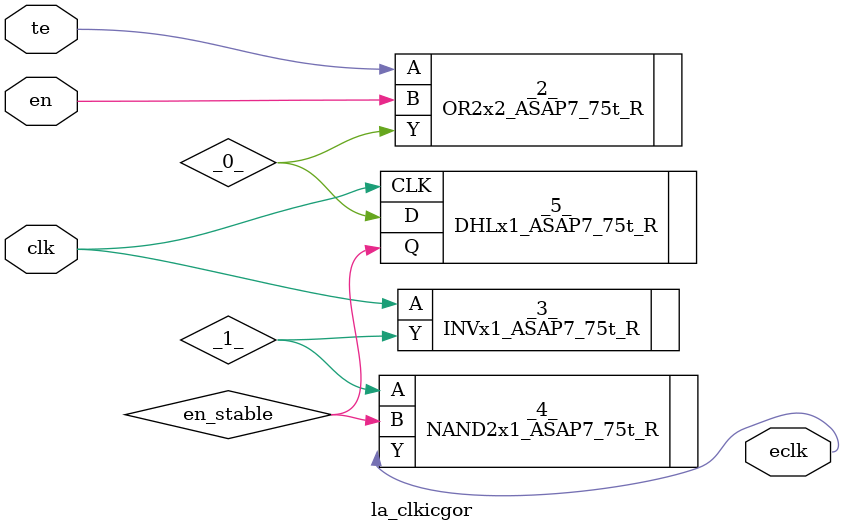
<source format=v>

/* Generated by Yosys 0.40 (git sha1 a1bb0255d, g++ 11.4.0-1ubuntu1~22.04 -fPIC -Os) */

module la_clkicgor(clk, te, en, eclk);
  wire _0_;
  wire _1_;
  input clk;
  wire clk;
  output eclk;
  wire eclk;
  input en;
  wire en;
  wire en_stable;
  input te;
  wire te;
  OR2x2_ASAP7_75t_R _2_ (
    .A(te),
    .B(en),
    .Y(_0_)
  );
  INVx1_ASAP7_75t_R _3_ (
    .A(clk),
    .Y(_1_)
  );
  NAND2x1_ASAP7_75t_R _4_ (
    .A(_1_),
    .B(en_stable),
    .Y(eclk)
  );
  DHLx1_ASAP7_75t_R _5_ (
    .CLK(clk),
    .D(_0_),
    .Q(en_stable)
  );
endmodule

</source>
